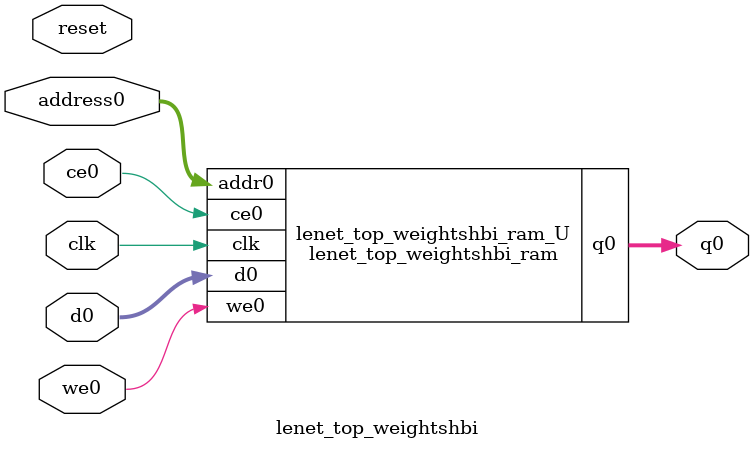
<source format=v>
`timescale 1 ns / 1 ps
module lenet_top_weightshbi_ram (addr0, ce0, d0, we0, q0,  clk);

parameter DWIDTH = 32;
parameter AWIDTH = 16;
parameter MEM_SIZE = 48000;

input[AWIDTH-1:0] addr0;
input ce0;
input[DWIDTH-1:0] d0;
input we0;
output reg[DWIDTH-1:0] q0;
input clk;

(* ram_style = "block" *)reg [DWIDTH-1:0] ram[0:MEM_SIZE-1];




always @(posedge clk)  
begin 
    if (ce0) 
    begin
        if (we0) 
        begin 
            ram[addr0] <= d0; 
        end 
        q0 <= ram[addr0];
    end
end


endmodule

`timescale 1 ns / 1 ps
module lenet_top_weightshbi(
    reset,
    clk,
    address0,
    ce0,
    we0,
    d0,
    q0);

parameter DataWidth = 32'd32;
parameter AddressRange = 32'd48000;
parameter AddressWidth = 32'd16;
input reset;
input clk;
input[AddressWidth - 1:0] address0;
input ce0;
input we0;
input[DataWidth - 1:0] d0;
output[DataWidth - 1:0] q0;



lenet_top_weightshbi_ram lenet_top_weightshbi_ram_U(
    .clk( clk ),
    .addr0( address0 ),
    .ce0( ce0 ),
    .we0( we0 ),
    .d0( d0 ),
    .q0( q0 ));

endmodule


</source>
